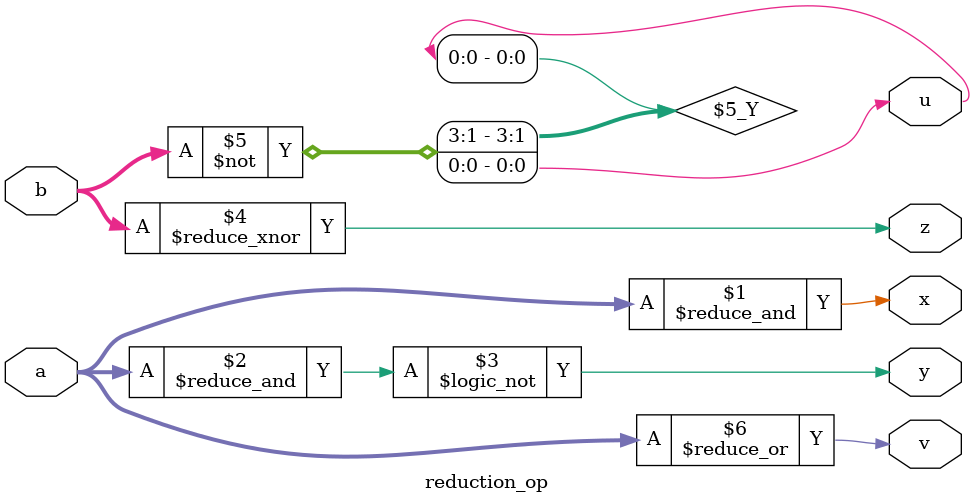
<source format=v>
`timescale 1ns / 1ps
module reduction_op( input [3:0]a,b, output x,y,z,u,v);

assign x=&a;
assign y=~&a;
assign z=~^b;
assign u=~b;
assign v=|a;

endmodule

</source>
